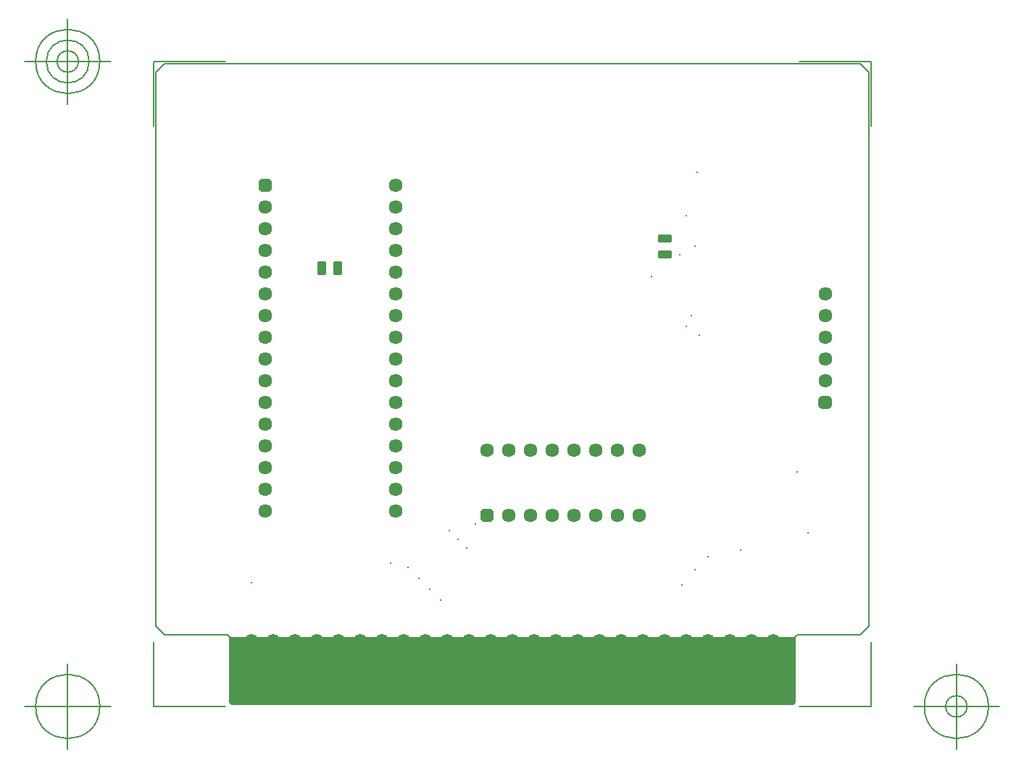
<source format=gbr>
G04 Generated by Ultiboard 14.0 *
%FSLAX34Y34*%
%MOMM*%

%ADD10C,0.0001*%
%ADD11C,0.0010*%
%ADD12C,0.1270*%
%ADD13C,1.6088*%
%ADD14R,0.5291X0.5291*%
%ADD15C,0.9949*%
%ADD16R,1.1857X0.5718*%
%ADD17C,0.4232*%
%ADD18C,0.3000*%
%ADD19R,0.5718X1.1857*%
%ADD20R,0.6774X0.6774*%
%ADD21C,0.8466*%
%ADD22O,1.5240X8.0000*%


G04 ColorRGB 9900CC for the following layer *
%LNSolder Mask Bottom*%
%LPD*%
G54D10*
G54D11*
G36*
X279400Y58420D02*
X279400Y137160D01*
X939800Y137160D01*
X939800Y58420D01*
X279400Y58420D01*
G37*
G54D12*
X190500Y55880D02*
X190500Y131318D01*
X190500Y55880D02*
X274320Y55880D01*
X1028700Y55880D02*
X944880Y55880D01*
X1028700Y55880D02*
X1028700Y131318D01*
X1028700Y810260D02*
X1028700Y734822D01*
X1028700Y810260D02*
X944880Y810260D01*
X190500Y810260D02*
X274320Y810260D01*
X190500Y810260D02*
X190500Y734822D01*
X140500Y55880D02*
X40500Y55880D01*
X90500Y5880D02*
X90500Y105880D01*
X53000Y55880D02*
G75*
D01*
G02X53000Y55880I37500J0*
G01*
X1078700Y55880D02*
X1178700Y55880D01*
X1128700Y5880D02*
X1128700Y105880D01*
X1091200Y55880D02*
G75*
D01*
G02X1091200Y55880I37500J0*
G01*
X1116200Y55880D02*
G75*
D01*
G02X1116200Y55880I12500J0*
G01*
X140500Y810260D02*
X40500Y810260D01*
X90500Y760260D02*
X90500Y860260D01*
X53000Y810260D02*
G75*
D01*
G02X53000Y810260I37500J0*
G01*
X65500Y810260D02*
G75*
D01*
G02X65500Y810260I25000J0*
G01*
X78000Y810260D02*
G75*
D01*
G02X78000Y810260I12500J0*
G01*
X281940Y58420D02*
X937260Y58420D01*
X279400Y137160D02*
X279400Y60960D01*
X939800Y60960D02*
X939800Y137160D01*
X276860Y139700D02*
X279400Y137160D01*
X279400Y60960D02*
X281940Y58420D01*
X937260Y58420D02*
X939800Y60960D01*
X939800Y137160D02*
X942340Y139700D01*
X1016000Y139700D02*
X1026160Y149860D01*
X942340Y139700D02*
X1016000Y139700D01*
X1026160Y797560D02*
X1016000Y807720D01*
X1026160Y149860D02*
X1026160Y797560D01*
X193040Y797560D02*
X193040Y149860D01*
X203200Y139700D01*
X203200Y807720D02*
X193040Y797560D01*
X203200Y139700D02*
X276860Y139700D01*
X1016000Y807720D02*
X203200Y807720D01*
X190500Y55880D02*
X190500Y131318D01*
X190500Y55880D02*
X274320Y55880D01*
X1028700Y55880D02*
X944880Y55880D01*
X1028700Y55880D02*
X1028700Y131318D01*
X1028700Y810260D02*
X1028700Y734822D01*
X1028700Y810260D02*
X944880Y810260D01*
X190500Y810260D02*
X274320Y810260D01*
X190500Y810260D02*
X190500Y734822D01*
X140500Y55880D02*
X40500Y55880D01*
X90500Y5880D02*
X90500Y105880D01*
X53000Y55880D02*
G75*
D01*
G02X53000Y55880I37500J0*
G01*
X1078700Y55880D02*
X1178700Y55880D01*
X1128700Y5880D02*
X1128700Y105880D01*
X1091200Y55880D02*
G75*
D01*
G02X1091200Y55880I37500J0*
G01*
X1116200Y55880D02*
G75*
D01*
G02X1116200Y55880I12500J0*
G01*
X140500Y810260D02*
X40500Y810260D01*
X90500Y760260D02*
X90500Y860260D01*
X53000Y810260D02*
G75*
D01*
G02X53000Y810260I37500J0*
G01*
X65500Y810260D02*
G75*
D01*
G02X65500Y810260I25000J0*
G01*
X78000Y810260D02*
G75*
D01*
G02X78000Y810260I12500J0*
G01*
G54D13*
X975360Y487680D03*
X975360Y436880D03*
X975360Y538480D03*
X975360Y462280D03*
X975360Y513080D03*
X321310Y360680D03*
X473710Y360680D03*
X473710Y665480D03*
X473710Y513080D03*
X473710Y589280D03*
X473710Y640080D03*
X473710Y614680D03*
X473710Y563880D03*
X473710Y538480D03*
X473710Y436880D03*
X473710Y462280D03*
X473710Y487680D03*
X473710Y386080D03*
X473710Y411480D03*
X473710Y309880D03*
X473710Y335280D03*
X473710Y284480D03*
X321310Y513080D03*
X321310Y589280D03*
X321310Y614680D03*
X321310Y640080D03*
X321310Y538480D03*
X321310Y563880D03*
X321310Y436880D03*
X321310Y462280D03*
X321310Y487680D03*
X321310Y386080D03*
X321310Y411480D03*
X321310Y284480D03*
X321310Y309880D03*
X321310Y335280D03*
X580390Y355600D03*
X758190Y355600D03*
X631190Y355600D03*
X605790Y355600D03*
X656590Y355600D03*
X707390Y355600D03*
X681990Y355600D03*
X732790Y355600D03*
X605790Y279400D03*
X758190Y279400D03*
X681990Y279400D03*
X631190Y279400D03*
X656590Y279400D03*
X732790Y279400D03*
X707390Y279400D03*
G54D14*
X975360Y411480D03*
G54D15*
X972715Y408835D02*
X978005Y408835D01*
X978005Y414125D01*
X972715Y414125D01*
X972715Y408835D01*D02*
G54D16*
X787400Y585047D03*
X787400Y603673D03*
G54D17*
X781472Y582188D02*
X793328Y582188D01*
X793328Y587906D01*
X781472Y587906D01*
X781472Y582188D01*D02*
X781472Y600814D02*
X793328Y600814D01*
X793328Y606532D01*
X781472Y606532D01*
X781472Y600814D01*D02*
X402694Y563032D02*
X408412Y563032D01*
X408412Y574888D01*
X402694Y574888D01*
X402694Y563032D01*D02*
X384068Y563032D02*
X389786Y563032D01*
X389786Y574888D01*
X384068Y574888D01*
X384068Y563032D01*D02*
G54D18*
X487680Y218440D03*
X500380Y205740D03*
X513080Y193040D03*
X525780Y180340D03*
X556260Y241300D03*
X546100Y251460D03*
X535940Y261620D03*
X822960Y215900D03*
X807720Y198120D03*
X838200Y231140D03*
X828040Y490220D03*
X819420Y513080D03*
X812800Y500380D03*
X566420Y269240D03*
X467360Y223520D03*
X825500Y680720D03*
X304800Y200660D03*
X876300Y238760D03*
X955040Y259080D03*
X942340Y330200D03*
X772160Y558800D03*
X822960Y594360D03*
X812800Y629920D03*
X805180Y584200D03*
G54D19*
X405553Y568960D03*
X386927Y568960D03*
G54D20*
X321310Y665480D03*
X580390Y279400D03*
G54D21*
X317923Y662093D02*
X324697Y662093D01*
X324697Y668867D01*
X317923Y668867D01*
X317923Y662093D01*D02*
X577003Y276013D02*
X583777Y276013D01*
X583777Y282787D01*
X577003Y282787D01*
X577003Y276013D01*D02*
G54D22*
X304800Y101060D03*
X330200Y101060D03*
X355600Y101060D03*
X381000Y101060D03*
X406400Y101060D03*
X431800Y101060D03*
X457200Y101060D03*
X482600Y101060D03*
X508000Y101060D03*
X533400Y101060D03*
X558800Y101060D03*
X584200Y101060D03*
X609600Y101060D03*
X635000Y101060D03*
X660400Y101060D03*
X685800Y101060D03*
X711200Y101060D03*
X736600Y101060D03*
X762000Y101060D03*
X787400Y101060D03*
X812800Y101060D03*
X838200Y101060D03*
X863600Y101060D03*
X889000Y101060D03*
X914400Y101060D03*

M02*

</source>
